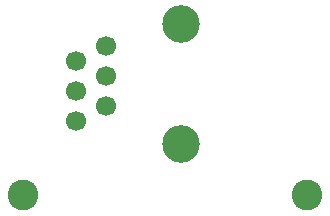
<source format=gbs>
G04 #@! TF.FileFunction,Soldermask,Bot*
%FSLAX46Y46*%
G04 Gerber Fmt 4.6, Leading zero omitted, Abs format (unit mm)*
G04 Created by KiCad (PCBNEW 4.0.6-e0-6349~53~ubuntu16.04.1) date Sun May 21 15:57:32 2017*
%MOMM*%
%LPD*%
G01*
G04 APERTURE LIST*
%ADD10C,0.150000*%
%ADD11C,1.700000*%
%ADD12C,3.180000*%
%ADD13C,2.600000*%
G04 APERTURE END LIST*
D10*
D11*
X144460000Y-104975000D03*
X144460000Y-102435000D03*
X144460000Y-99895000D03*
X147000000Y-101165000D03*
X147000000Y-98625000D03*
X147000000Y-103705000D03*
D12*
X153350000Y-106880000D03*
X153350000Y-96720000D03*
D13*
X164000000Y-111250000D03*
X140000000Y-111250000D03*
M02*

</source>
